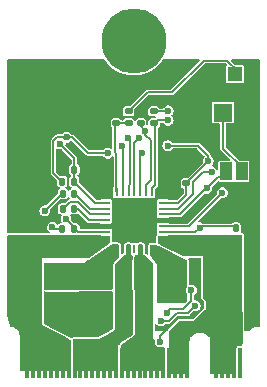
<source format=gbr>
%TF.GenerationSoftware,KiCad,Pcbnew,8.0.4*%
%TF.CreationDate,2024-09-25T00:08:57+05:30*%
%TF.ProjectId,NYSM.2_TMC2209_Stepper_driver,4e59534d-2e32-45f5-944d-43323230395f,rev?*%
%TF.SameCoordinates,Original*%
%TF.FileFunction,Copper,L2,Bot*%
%TF.FilePolarity,Positive*%
%FSLAX46Y46*%
G04 Gerber Fmt 4.6, Leading zero omitted, Abs format (unit mm)*
G04 Created by KiCad (PCBNEW 8.0.4) date 2024-09-25 00:08:57*
%MOMM*%
%LPD*%
G01*
G04 APERTURE LIST*
G04 Aperture macros list*
%AMRoundRect*
0 Rectangle with rounded corners*
0 $1 Rounding radius*
0 $2 $3 $4 $5 $6 $7 $8 $9 X,Y pos of 4 corners*
0 Add a 4 corners polygon primitive as box body*
4,1,4,$2,$3,$4,$5,$6,$7,$8,$9,$2,$3,0*
0 Add four circle primitives for the rounded corners*
1,1,$1+$1,$2,$3*
1,1,$1+$1,$4,$5*
1,1,$1+$1,$6,$7*
1,1,$1+$1,$8,$9*
0 Add four rect primitives between the rounded corners*
20,1,$1+$1,$2,$3,$4,$5,0*
20,1,$1+$1,$4,$5,$6,$7,0*
20,1,$1+$1,$6,$7,$8,$9,0*
20,1,$1+$1,$8,$9,$2,$3,0*%
G04 Aperture macros list end*
%TA.AperFunction,SMDPad,CuDef*%
%ADD10R,0.757199X0.254800*%
%TD*%
%TA.AperFunction,SMDPad,CuDef*%
%ADD11R,0.254800X0.757199*%
%TD*%
%TA.AperFunction,SMDPad,CuDef*%
%ADD12R,3.750000X3.750000*%
%TD*%
%TA.AperFunction,ComponentPad*%
%ADD13C,5.500000*%
%TD*%
%TA.AperFunction,SMDPad,CuDef*%
%ADD14R,0.350000X2.500000*%
%TD*%
%TA.AperFunction,SMDPad,CuDef*%
%ADD15RoundRect,0.135000X-0.135000X-0.185000X0.135000X-0.185000X0.135000X0.185000X-0.135000X0.185000X0*%
%TD*%
%TA.AperFunction,SMDPad,CuDef*%
%ADD16RoundRect,0.140000X-0.170000X0.140000X-0.170000X-0.140000X0.170000X-0.140000X0.170000X0.140000X0*%
%TD*%
%TA.AperFunction,SMDPad,CuDef*%
%ADD17RoundRect,0.140000X0.140000X0.170000X-0.140000X0.170000X-0.140000X-0.170000X0.140000X-0.170000X0*%
%TD*%
%TA.AperFunction,SMDPad,CuDef*%
%ADD18RoundRect,0.135000X0.185000X-0.135000X0.185000X0.135000X-0.185000X0.135000X-0.185000X-0.135000X0*%
%TD*%
%TA.AperFunction,SMDPad,CuDef*%
%ADD19RoundRect,0.135000X-0.185000X0.135000X-0.185000X-0.135000X0.185000X-0.135000X0.185000X0.135000X0*%
%TD*%
%TA.AperFunction,SMDPad,CuDef*%
%ADD20RoundRect,0.135000X0.135000X0.185000X-0.135000X0.185000X-0.135000X-0.185000X0.135000X-0.185000X0*%
%TD*%
%TA.AperFunction,SMDPad,CuDef*%
%ADD21R,1.000000X1.500000*%
%TD*%
%TA.AperFunction,SMDPad,CuDef*%
%ADD22R,1.200000X1.200000*%
%TD*%
%TA.AperFunction,SMDPad,CuDef*%
%ADD23R,1.600000X1.500000*%
%TD*%
%TA.AperFunction,ViaPad*%
%ADD24C,0.650000*%
%TD*%
%TA.AperFunction,ViaPad*%
%ADD25C,0.600000*%
%TD*%
%TA.AperFunction,Conductor*%
%ADD26C,0.150000*%
%TD*%
%TA.AperFunction,Conductor*%
%ADD27C,0.200000*%
%TD*%
G04 APERTURE END LIST*
D10*
%TO.P,U1,1,OB2*%
%TO.N,B2*%
X142422600Y-119076600D03*
%TO.P,U1,2,ENN*%
%TO.N,EN*%
X142422600Y-118576601D03*
%TO.P,U1,3,GND*%
%TO.N,GND*%
X142422600Y-118076599D03*
%TO.P,U1,4,CPO*%
%TO.N,Net-(U1-CPO)*%
X142422600Y-117576600D03*
%TO.P,U1,5,CPI*%
%TO.N,Net-(U1-CPI)*%
X142422600Y-117076601D03*
%TO.P,U1,6,VCP*%
%TO.N,Net-(U1-VCP)*%
X142422600Y-116576599D03*
%TO.P,U1,7,SPREAD*%
%TO.N,SPREAD*%
X142422600Y-116076600D03*
D11*
%TO.P,U1,8,5VOUT*%
%TO.N,5V_OUT*%
X143345900Y-115153300D03*
%TO.P,U1,9,MS1_AD0*%
%TO.N,MS1*%
X143845899Y-115153300D03*
%TO.P,U1,10,MS2_AD1*%
%TO.N,MS2*%
X144345901Y-115153300D03*
%TO.P,U1,11,DIAG*%
%TO.N,DIAG*%
X144845900Y-115153300D03*
%TO.P,U1,12,INDEX*%
%TO.N,INDEX*%
X145345899Y-115153300D03*
%TO.P,U1,13,CLK*%
%TO.N,CLK*%
X145845901Y-115153300D03*
%TO.P,U1,14,PDN_UART*%
%TO.N,UART_RX*%
X146345900Y-115153300D03*
D10*
%TO.P,U1,15,VCC_IO*%
%TO.N,VCC_IO*%
X147269200Y-116076600D03*
%TO.P,U1,16,STEP*%
%TO.N,STEP*%
X147269200Y-116576599D03*
%TO.P,U1,17,VREF*%
%TO.N,__VREF__*%
X147269200Y-117076601D03*
%TO.P,U1,18,GND*%
%TO.N,GND*%
X147269200Y-117576600D03*
%TO.P,U1,19,DIR*%
%TO.N,DIR*%
X147269200Y-118076599D03*
%TO.P,U1,20,STDBY*%
%TO.N,STDBY*%
X147269200Y-118576601D03*
%TO.P,U1,21,OA2*%
%TO.N,A2*%
X147269200Y-119076600D03*
D11*
%TO.P,U1,22,VS*%
%TO.N,POW_MOT*%
X146345900Y-119999900D03*
%TO.P,U1,23,BRA*%
%TO.N,GND*%
X145845901Y-119999900D03*
%TO.P,U1,24,OA1*%
%TO.N,A1*%
X145345899Y-119999900D03*
%TO.P,U1,25,NC*%
%TO.N,unconnected-(U1-NC-Pad25)*%
X144845900Y-119999900D03*
%TO.P,U1,26,OB1*%
%TO.N,B1*%
X144345901Y-119999900D03*
%TO.P,U1,27,BRB*%
%TO.N,GND*%
X143845899Y-119999900D03*
%TO.P,U1,28,VS*%
%TO.N,POW_MOT*%
X143345900Y-119999900D03*
D12*
%TO.P,U1,29,GND*%
%TO.N,GND*%
X144845900Y-117576600D03*
%TD*%
D13*
%TO.P,U2,MOUNTING-HOLE,MP1*%
%TO.N,unconnected-(U2-MP1-PadMOUNTING-HOLE)*%
X144780000Y-102400000D03*
D14*
%TO.P,U2,P$2,2*%
%TO.N,unconnected-(U2-2-PadP$2)*%
X153780000Y-129650000D03*
%TO.P,U2,P$4,4*%
%TO.N,A2*%
X153280000Y-129650000D03*
%TO.P,U2,P$6,6*%
X152780000Y-129650000D03*
%TO.P,U2,P$8,8*%
X152280000Y-129650000D03*
%TO.P,U2,P$10,10*%
X151780000Y-129650000D03*
%TO.P,U2,P$20,20*%
X149280000Y-129650000D03*
%TO.P,U2,P$22,22*%
X148780000Y-129650000D03*
%TO.P,U2,P$24,24*%
X148280000Y-129650000D03*
%TO.P,U2,P$26,26*%
X147780000Y-129650000D03*
%TO.P,U2,P$28,28*%
%TO.N,A1*%
X147280000Y-129650000D03*
%TO.P,U2,P$30,30*%
X146780000Y-129650000D03*
%TO.P,U2,P$32,32*%
X146280000Y-129650000D03*
%TO.P,U2,P$34,34*%
X145780000Y-129650000D03*
%TO.P,U2,P$36,36*%
X145280000Y-129650000D03*
%TO.P,U2,P$38,38*%
X144780000Y-129650000D03*
%TO.P,U2,P$40,40*%
X144280000Y-129650000D03*
%TO.P,U2,P$42,42*%
X143780000Y-129650000D03*
%TO.P,U2,P$44,44*%
%TO.N,B1*%
X143280000Y-129650000D03*
%TO.P,U2,P$46,46*%
X142780000Y-129650000D03*
%TO.P,U2,P$48,48*%
X142280000Y-129650000D03*
%TO.P,U2,P$50,50*%
X141780000Y-129650000D03*
%TO.P,U2,P$52,52*%
X141280000Y-129650000D03*
%TO.P,U2,P$54,54*%
X140780000Y-129650000D03*
%TO.P,U2,P$56,56*%
X140280000Y-129650000D03*
%TO.P,U2,P$58,58*%
X139780000Y-129650000D03*
%TO.P,U2,P$60,60*%
%TO.N,B2*%
X139280000Y-129650000D03*
%TO.P,U2,P$62,62*%
X138780000Y-129650000D03*
%TO.P,U2,P$64,64*%
X138280000Y-129650000D03*
%TO.P,U2,P$66,66*%
X137780000Y-129650000D03*
%TO.P,U2,P$68,68*%
X137280000Y-129650000D03*
%TO.P,U2,P$70,70*%
X136780000Y-129650000D03*
%TO.P,U2,P$72,72*%
X136280000Y-129650000D03*
%TO.P,U2,P$74,74*%
X135780000Y-129650000D03*
%TD*%
D15*
%TO.P,R9,1*%
%TO.N,GND*%
X138751400Y-113279200D03*
%TO.P,R9,2*%
%TO.N,SPREAD*%
X139771400Y-113279200D03*
%TD*%
D16*
%TO.P,C9,1*%
%TO.N,POW_MOT*%
X140161400Y-123069200D03*
%TO.P,C9,2*%
%TO.N,GND*%
X140161400Y-124029200D03*
%TD*%
D17*
%TO.P,C1,1*%
%TO.N,Net-(U1-CPO)*%
X139741400Y-116609200D03*
%TO.P,C1,2*%
%TO.N,Net-(U1-CPI)*%
X138781400Y-116609200D03*
%TD*%
D18*
%TO.P,R6,1*%
%TO.N,5V_OUT*%
X144351400Y-109369200D03*
%TO.P,R6,2*%
%TO.N,Net-(R6-Pad2)*%
X144351400Y-108349200D03*
%TD*%
D16*
%TO.P,C10,1*%
%TO.N,POW_MOT*%
X139041400Y-123059200D03*
%TO.P,C10,2*%
%TO.N,GND*%
X139041400Y-124019200D03*
%TD*%
D15*
%TO.P,R1,1*%
%TO.N,VCC_IO*%
X138751400Y-118299200D03*
%TO.P,R1,2*%
%TO.N,EN*%
X139771400Y-118299200D03*
%TD*%
D19*
%TO.P,R2,1*%
%TO.N,GND*%
X145391400Y-108339200D03*
%TO.P,R2,2*%
%TO.N,CLK*%
X145391400Y-109359200D03*
%TD*%
D20*
%TO.P,R8,1*%
%TO.N,SPREAD*%
X139751400Y-114289200D03*
%TO.P,R8,2*%
%TO.N,VCC_IO*%
X138731400Y-114289200D03*
%TD*%
D19*
%TO.P,R3,1*%
%TO.N,UART_TX*%
X146501400Y-108349200D03*
%TO.P,R3,2*%
%TO.N,UART_RX*%
X146501400Y-109369200D03*
%TD*%
D16*
%TO.P,C8,1*%
%TO.N,POW_MOT*%
X141291400Y-123069200D03*
%TO.P,C8,2*%
%TO.N,GND*%
X141291400Y-124029200D03*
%TD*%
D20*
%TO.P,R7,1*%
%TO.N,GND*%
X154461400Y-118229200D03*
%TO.P,R7,2*%
%TO.N,STDBY*%
X153441400Y-118229200D03*
%TD*%
D16*
%TO.P,C7,1*%
%TO.N,GND*%
X143311400Y-108399200D03*
%TO.P,C7,2*%
%TO.N,5V_OUT*%
X143311400Y-109359200D03*
%TD*%
D17*
%TO.P,C2,1*%
%TO.N,Net-(U1-VCP)*%
X139751400Y-115319200D03*
%TO.P,C2,2*%
%TO.N,POW_MOT*%
X138791400Y-115319200D03*
%TD*%
D21*
%TO.P,JP1,1,A*%
%TO.N,Net-(JP1-A)*%
X153921400Y-113429200D03*
%TO.P,JP1,2,B*%
%TO.N,__VREF__*%
X152621400Y-113429200D03*
%TD*%
D16*
%TO.P,C6,1*%
%TO.N,GND*%
X149241400Y-113469200D03*
%TO.P,C6,2*%
%TO.N,VCC_IO*%
X149241400Y-114429200D03*
%TD*%
D22*
%TO.P,RV1,3,3*%
%TO.N,Net-(R6-Pad2)*%
X153341400Y-105199200D03*
D23*
%TO.P,RV1,2,2*%
%TO.N,Net-(JP1-A)*%
X152341400Y-108449200D03*
D22*
%TO.P,RV1,1,1*%
%TO.N,GND*%
X151341400Y-105199200D03*
%TD*%
D24*
%TO.N,GND*%
X151891400Y-106449200D03*
X150091400Y-106349200D03*
X149891400Y-122299200D03*
%TO.N,POW_MOT*%
X148091400Y-124149200D03*
D25*
X138431400Y-121509200D03*
X137266400Y-116749200D03*
X138431400Y-122349200D03*
X137601400Y-122319200D03*
X138031400Y-123079200D03*
D24*
X147291400Y-124149200D03*
X148891400Y-124149200D03*
D25*
X137601400Y-121509200D03*
%TO.N,VCC_IO*%
X147681400Y-111239200D03*
X139127087Y-110543513D03*
X151091400Y-112549200D03*
X142591400Y-111884200D03*
X137901400Y-118149200D03*
%TO.N,GND*%
X140191400Y-108349200D03*
X147291400Y-112849200D03*
X141041400Y-126419200D03*
X147891400Y-104949200D03*
X142541400Y-126379200D03*
D24*
X145191400Y-116349200D03*
D25*
X154891400Y-104449200D03*
X142501400Y-110929200D03*
X137541400Y-124199200D03*
D24*
X143591400Y-118749200D03*
X145991400Y-116349200D03*
D25*
X142091400Y-114749200D03*
D24*
X145191400Y-117149200D03*
D25*
X134891400Y-116749200D03*
X147591400Y-114549200D03*
X135691400Y-105649200D03*
X141711400Y-127039200D03*
D24*
X135991400Y-116999200D03*
D25*
X139791400Y-105949200D03*
X134891400Y-118199200D03*
X147054999Y-127872455D03*
X137541400Y-124999200D03*
X140991400Y-112849200D03*
X142391400Y-109249200D03*
X154791400Y-105849200D03*
D24*
X145191400Y-117949200D03*
D25*
X136991400Y-107249200D03*
X137591400Y-105749200D03*
D24*
X136041400Y-118149200D03*
D25*
X136191400Y-110249200D03*
X140291400Y-127029200D03*
X140624677Y-118001601D03*
D24*
X144391400Y-118749200D03*
D25*
X152211400Y-116189200D03*
X148291400Y-112849200D03*
D24*
X145991400Y-117149200D03*
D25*
X141291400Y-113849200D03*
D24*
X144391400Y-117949200D03*
D25*
X137491400Y-108549200D03*
X135691400Y-108549200D03*
D24*
X136091400Y-114999200D03*
X145991400Y-117949200D03*
D25*
X148271400Y-113859200D03*
X135091400Y-111849200D03*
D24*
X144391400Y-117149200D03*
X143591400Y-116349200D03*
D25*
X142291400Y-113849200D03*
D24*
X143591400Y-117149200D03*
D25*
X141491400Y-110849200D03*
X137491400Y-125799200D03*
D24*
X143591400Y-117949200D03*
X145991400Y-118749200D03*
D25*
X139041400Y-112599200D03*
D24*
X145191400Y-118749200D03*
D25*
X135691400Y-113279200D03*
D24*
X144391400Y-116349200D03*
D25*
X141791400Y-105939200D03*
X142291400Y-112849200D03*
X141791400Y-109949200D03*
X149271400Y-117299200D03*
X134891400Y-115049200D03*
%TO.N,EN*%
X139051400Y-117449200D03*
%TO.N,CLK*%
X145771400Y-109969200D03*
%TO.N,STDBY*%
X150381400Y-118189200D03*
%TO.N,SPREAD*%
X138561400Y-111109200D03*
X149662242Y-123502011D03*
X147571400Y-125399200D03*
%TO.N,DIAG*%
X145241400Y-110629200D03*
%TO.N,MS1*%
X143801400Y-111309200D03*
%TO.N,DIR*%
X152291400Y-115229200D03*
%TO.N,STEP*%
X151386400Y-113449200D03*
%TO.N,MS2*%
X144321400Y-110609200D03*
%TO.N,INDEX*%
X147096400Y-126094965D03*
X145511400Y-111889200D03*
X149991400Y-124799200D03*
%TO.N,__VREF__*%
X150971400Y-114861688D03*
%TO.N,UART_TX*%
X147701400Y-108289200D03*
%TO.N,UART_RX*%
X147701400Y-109089203D03*
%TD*%
D26*
%TO.N,Net-(JP1-A)*%
X152341400Y-111499200D02*
X152341400Y-108449200D01*
X153921400Y-113429200D02*
X153921400Y-113079200D01*
X153921400Y-113079200D02*
X152341400Y-111499200D01*
%TO.N,VCC_IO*%
X149241400Y-114399200D02*
X149241400Y-114429200D01*
X151091400Y-112549200D02*
X149241400Y-114399200D01*
X147269200Y-116076600D02*
X148564000Y-116076600D01*
X148564000Y-116076600D02*
X149241400Y-115399200D01*
X149241400Y-115399200D02*
X149241400Y-114429200D01*
%TO.N,Net-(U1-CPO)*%
X140051400Y-116609200D02*
X139741400Y-116609200D01*
X141018800Y-117576600D02*
X140051400Y-116609200D01*
X142422600Y-117576600D02*
X141018800Y-117576600D01*
%TO.N,SPREAD*%
X141518800Y-116076600D02*
X139751400Y-114309200D01*
X142422600Y-116076600D02*
X141518800Y-116076600D01*
X139751400Y-114309200D02*
X139751400Y-114289200D01*
%TO.N,VCC_IO*%
X150231400Y-111239200D02*
X147681400Y-111239200D01*
X151091400Y-112099200D02*
X150231400Y-111239200D01*
X151091400Y-112549200D02*
X151091400Y-112099200D01*
%TO.N,CLK*%
X145391400Y-109589200D02*
X145391400Y-109359200D01*
X145771400Y-109969200D02*
X145391400Y-109589200D01*
X145845901Y-114597300D02*
X145845901Y-115153300D01*
X146261400Y-114181801D02*
X145845901Y-114597300D01*
X146261400Y-110809200D02*
X146261400Y-114181801D01*
X145771400Y-110319200D02*
X146261400Y-110809200D01*
X145771400Y-109969200D02*
X145771400Y-110319200D01*
%TO.N,STEP*%
X148514026Y-116576599D02*
X147269200Y-116576599D01*
X149791400Y-115299225D02*
X148514026Y-116576599D01*
X149791400Y-114349200D02*
X149791400Y-115299225D01*
X151386400Y-113449200D02*
X150691400Y-113449200D01*
X150691400Y-113449200D02*
X149791400Y-114349200D01*
%TO.N,5V_OUT*%
X143171400Y-109499200D02*
X143311400Y-109359200D01*
X143321400Y-111949200D02*
X143171400Y-111799200D01*
X143321400Y-115128800D02*
X143321400Y-111949200D01*
X143345900Y-115153300D02*
X143321400Y-115128800D01*
X143171400Y-111799200D02*
X143171400Y-109499200D01*
%TO.N,VCC_IO*%
X140926400Y-111884200D02*
X139585713Y-110543513D01*
X142591400Y-111884200D02*
X140926400Y-111884200D01*
X139585713Y-110543513D02*
X139127087Y-110543513D01*
%TO.N,GND*%
X138751400Y-112889200D02*
X138751400Y-113279200D01*
X139041400Y-112599200D02*
X138751400Y-112889200D01*
%TO.N,SPREAD*%
X147871400Y-125099200D02*
X147571400Y-125399200D01*
X149662242Y-124378358D02*
X148941400Y-125099200D01*
X149662242Y-123502011D02*
X149662242Y-124378358D01*
X148941400Y-125099200D02*
X147871400Y-125099200D01*
%TO.N,GND*%
X147054999Y-127872455D02*
X147105000Y-127822454D01*
X149891400Y-122749200D02*
X149891400Y-122299200D01*
X150291400Y-123149200D02*
X149891400Y-122749200D01*
X150291400Y-124099200D02*
X150291400Y-123149200D01*
X150641400Y-124449200D02*
X150291400Y-124099200D01*
X149791400Y-125849200D02*
X150641400Y-124999200D01*
X148541400Y-125849200D02*
X149791400Y-125849200D01*
X150641400Y-124999200D02*
X150641400Y-124449200D01*
X147054999Y-127335601D02*
X148541400Y-125849200D01*
X147054999Y-127872455D02*
X147054999Y-127335601D01*
%TO.N,INDEX*%
X147745635Y-126094965D02*
X147096400Y-126094965D01*
X148441400Y-125399200D02*
X147745635Y-126094965D01*
X149391400Y-125399200D02*
X148441400Y-125399200D01*
X149991400Y-124799200D02*
X149391400Y-125399200D01*
D27*
%TO.N,GND*%
X145845901Y-119403701D02*
X145191400Y-118749200D01*
X145845901Y-119999900D02*
X145845901Y-119403701D01*
X143845899Y-118576601D02*
X144845900Y-117576600D01*
X143845899Y-119999900D02*
X143845899Y-118576601D01*
D26*
%TO.N,Net-(U1-CPI)*%
X139366400Y-116024200D02*
X138781400Y-116609200D01*
X140057180Y-116024200D02*
X139366400Y-116024200D01*
X142422600Y-117076601D02*
X141109581Y-117076601D01*
X141109581Y-117076601D02*
X140057180Y-116024200D01*
%TO.N,POW_MOT*%
X137266400Y-116749200D02*
X138696400Y-115319200D01*
X138696400Y-115319200D02*
X138791400Y-115319200D01*
%TO.N,VCC_IO*%
X138751400Y-118299200D02*
X138051400Y-118299200D01*
X138051400Y-118299200D02*
X137901400Y-118149200D01*
%TO.N,GND*%
X146641400Y-107089200D02*
X148281400Y-107089200D01*
X148281400Y-107089200D02*
X150401400Y-104969200D01*
X140699675Y-118076599D02*
X142422600Y-118076599D01*
X149241400Y-113469200D02*
X148661400Y-113469200D01*
X145391400Y-108339200D02*
X146641400Y-107089200D01*
X148661400Y-113469200D02*
X148271400Y-113859200D01*
X149081400Y-117489200D02*
X147356600Y-117489200D01*
X147356600Y-117489200D02*
X147269200Y-117576600D01*
X149271400Y-117299200D02*
X149081400Y-117489200D01*
X154461400Y-118229200D02*
X154461400Y-117249200D01*
X153401400Y-116189200D02*
X152211400Y-116189200D01*
X150401400Y-104969200D02*
X151321400Y-104969200D01*
X140624677Y-118001601D02*
X140699675Y-118076599D01*
X154461400Y-117249200D02*
X153401400Y-116189200D01*
%TO.N,5V_OUT*%
X144341400Y-109359200D02*
X144351400Y-109369200D01*
X143311400Y-109359200D02*
X144341400Y-109359200D01*
%TO.N,EN*%
X142422600Y-118576601D02*
X140048801Y-118576601D01*
X140048801Y-118576601D02*
X139771400Y-118299200D01*
X139771400Y-118299200D02*
X139771400Y-118169200D01*
X139771400Y-118169200D02*
X139051400Y-117449200D01*
%TO.N,Net-(R6-Pad2)*%
X145961400Y-106739200D02*
X148001400Y-106739200D01*
X144351400Y-108349200D02*
X145961400Y-106739200D01*
X150696400Y-104044200D02*
X152696400Y-104044200D01*
X148001400Y-106739200D02*
X150696400Y-104044200D01*
X152696400Y-104044200D02*
X153621400Y-104969200D01*
%TO.N,STDBY*%
X150381400Y-118189200D02*
X150481400Y-118089200D01*
X149993999Y-118576601D02*
X147269200Y-118576601D01*
X150381400Y-118189200D02*
X149993999Y-118576601D01*
X153301400Y-118089200D02*
X153441400Y-118229200D01*
X150481400Y-118089200D02*
X153301400Y-118089200D01*
%TO.N,SPREAD*%
X139751400Y-114289200D02*
X139751400Y-113299200D01*
X139751400Y-113299200D02*
X139771400Y-113279200D01*
%TO.N,DIAG*%
X145241400Y-110629200D02*
X144845900Y-111024700D01*
X144845900Y-111024700D02*
X144845900Y-115153300D01*
%TO.N,MS1*%
X143845899Y-115153300D02*
X143845899Y-111353699D01*
X143845899Y-111353699D02*
X143801400Y-111309200D01*
%TO.N,DIR*%
X152291400Y-115229200D02*
X149444001Y-118076599D01*
X149444001Y-118076599D02*
X147269200Y-118076599D01*
%TO.N,MS2*%
X144481400Y-110769200D02*
X144321400Y-110609200D01*
X144345901Y-115153300D02*
X144345901Y-114624701D01*
X144345901Y-114624701D02*
X144481400Y-114489202D01*
X144481400Y-114489202D02*
X144481400Y-110769200D01*
%TO.N,INDEX*%
X145345899Y-112054701D02*
X145345899Y-115153300D01*
X145511400Y-111889200D02*
X145345899Y-112054701D01*
%TO.N,__VREF__*%
X150971400Y-114861688D02*
X150978912Y-114861688D01*
X148688973Y-117076601D02*
X147269200Y-117076601D01*
X150971400Y-114861688D02*
X150903887Y-114861688D01*
X149713887Y-116051687D02*
X148688973Y-117076601D01*
X150016375Y-115749200D02*
X149713887Y-116051687D01*
X151961400Y-113879200D02*
X152641400Y-113879200D01*
X150903887Y-114861688D02*
X150016375Y-115749200D01*
X150978912Y-114861688D02*
X151961400Y-113879200D01*
%TO.N,UART_TX*%
X146501400Y-108349200D02*
X147641400Y-108349200D01*
X147641400Y-108349200D02*
X147701400Y-108289200D01*
%TO.N,UART_RX*%
X146781397Y-109089203D02*
X146611400Y-109259200D01*
X146345900Y-114804700D02*
X146345900Y-115153300D01*
X147701400Y-109089203D02*
X146781397Y-109089203D01*
X146611400Y-109259200D02*
X146611400Y-114539200D01*
X146611400Y-114539200D02*
X146345900Y-114804700D01*
X146781397Y-109089203D02*
X146501400Y-109369200D01*
%TO.N,SPREAD*%
X139771400Y-112319200D02*
X139771400Y-113279200D01*
X138561400Y-111109200D02*
X139771400Y-112319200D01*
%TO.N,VCC_IO*%
X137986400Y-113544200D02*
X138731400Y-114289200D01*
X137986400Y-110871027D02*
X137986400Y-113544200D01*
X138323227Y-110534200D02*
X137986400Y-110871027D01*
X138799573Y-110534200D02*
X138323227Y-110534200D01*
X138967986Y-110702614D02*
X138799573Y-110534200D01*
X139127087Y-110543513D02*
X138967986Y-110702614D01*
%TO.N,Net-(U1-VCP)*%
X141104553Y-116576599D02*
X139847154Y-115319200D01*
X142422600Y-116576599D02*
X141104553Y-116576599D01*
X139847154Y-115319200D02*
X139751400Y-115319200D01*
%TD*%
%TA.AperFunction,Conductor*%
%TO.N,GND*%
G36*
X155451968Y-103957359D02*
G01*
X155478324Y-104002962D01*
X155479500Y-104016367D01*
X155479500Y-126522500D01*
X155461485Y-126571995D01*
X155415871Y-126598330D01*
X155402500Y-126599500D01*
X155151153Y-126599500D01*
X154996506Y-126630262D01*
X154996501Y-126630263D01*
X154850817Y-126690607D01*
X154719712Y-126778209D01*
X154608213Y-126889708D01*
X154593988Y-126910997D01*
X154551511Y-126942140D01*
X154529721Y-126945216D01*
X154237613Y-126944287D01*
X154188176Y-126926115D01*
X154161986Y-126880417D01*
X154160859Y-126867444D01*
X154152900Y-122648951D01*
X154152841Y-122617688D01*
X154152816Y-122617131D01*
X154149633Y-121398098D01*
X154143099Y-118895598D01*
X154142464Y-118881703D01*
X154141290Y-118868512D01*
X154120267Y-118802040D01*
X154093919Y-118756433D01*
X154093918Y-118756431D01*
X154073484Y-118728481D01*
X154073481Y-118728479D01*
X154009275Y-118685448D01*
X154009274Y-118685447D01*
X153964770Y-118669263D01*
X153959774Y-118667446D01*
X153944762Y-118664803D01*
X153904531Y-118657720D01*
X153901187Y-118657429D01*
X153901301Y-118656120D01*
X153856201Y-118639705D01*
X153829866Y-118594091D01*
X153835256Y-118549620D01*
X153865072Y-118482095D01*
X153867900Y-118457719D01*
X153867899Y-118000682D01*
X153865072Y-117976305D01*
X153821052Y-117876609D01*
X153821050Y-117876607D01*
X153821048Y-117876604D01*
X153743995Y-117799551D01*
X153743989Y-117799547D01*
X153644295Y-117755527D01*
X153622452Y-117752993D01*
X153619919Y-117752700D01*
X153619918Y-117752700D01*
X153262881Y-117752700D01*
X153262880Y-117752701D01*
X153238507Y-117755527D01*
X153238502Y-117755528D01*
X153138810Y-117799547D01*
X153138808Y-117799548D01*
X153121528Y-117816829D01*
X153103209Y-117835147D01*
X153055475Y-117857407D01*
X153048763Y-117857700D01*
X150731811Y-117857700D01*
X150689019Y-117842124D01*
X150688052Y-117843630D01*
X150572992Y-117769685D01*
X150572988Y-117769683D01*
X150447035Y-117732700D01*
X150315765Y-117732700D01*
X150315764Y-117732700D01*
X150310620Y-117733440D01*
X150259065Y-117722654D01*
X150226505Y-117681252D01*
X150228175Y-117628608D01*
X150245213Y-117602777D01*
X151177622Y-116670368D01*
X152144393Y-115703596D01*
X152192128Y-115681337D01*
X152220528Y-115684162D01*
X152225765Y-115685700D01*
X152225768Y-115685700D01*
X152357031Y-115685700D01*
X152357035Y-115685700D01*
X152482987Y-115648717D01*
X152489190Y-115644731D01*
X152511946Y-115630106D01*
X152593418Y-115577747D01*
X152679381Y-115478540D01*
X152733912Y-115359133D01*
X152752594Y-115229200D01*
X152733912Y-115099267D01*
X152679381Y-114979860D01*
X152593418Y-114880653D01*
X152593416Y-114880652D01*
X152593417Y-114880652D01*
X152482989Y-114809683D01*
X152357035Y-114772700D01*
X152225765Y-114772700D01*
X152225764Y-114772700D01*
X152099811Y-114809683D01*
X152099810Y-114809683D01*
X151989383Y-114880652D01*
X151989382Y-114880652D01*
X151989382Y-114880653D01*
X151987896Y-114882368D01*
X151903419Y-114979859D01*
X151903419Y-114979860D01*
X151862569Y-115069311D01*
X151848888Y-115099268D01*
X151830206Y-115229199D01*
X151830206Y-115229201D01*
X151841540Y-115308032D01*
X151830753Y-115359586D01*
X151819771Y-115373437D01*
X149370664Y-117822546D01*
X149322928Y-117844806D01*
X149316217Y-117845099D01*
X147797052Y-117845099D01*
X147754274Y-117832122D01*
X147708863Y-117801779D01*
X147663214Y-117792699D01*
X146875186Y-117792699D01*
X146837742Y-117800147D01*
X146829537Y-117801779D01*
X146829534Y-117801780D01*
X146777770Y-117836367D01*
X146777768Y-117836369D01*
X146743181Y-117888133D01*
X146743180Y-117888136D01*
X146734100Y-117933785D01*
X146734100Y-118219413D01*
X146741605Y-118257142D01*
X146743180Y-118265061D01*
X146743181Y-118265064D01*
X146755715Y-118283823D01*
X146768233Y-118334985D01*
X146755715Y-118369377D01*
X146743181Y-118388135D01*
X146743180Y-118388138D01*
X146734100Y-118433787D01*
X146734100Y-118719415D01*
X146735904Y-118728482D01*
X146743180Y-118765066D01*
X146745279Y-118770132D01*
X146747576Y-118822753D01*
X146745035Y-118828976D01*
X146725640Y-118882261D01*
X146715900Y-118937501D01*
X146715900Y-119380700D01*
X146697885Y-119430195D01*
X146652271Y-119456530D01*
X146638900Y-119457700D01*
X146268400Y-119457700D01*
X146258721Y-119458122D01*
X146254317Y-119458315D01*
X146240949Y-119459485D01*
X146240948Y-119459485D01*
X146235398Y-119461236D01*
X146212243Y-119464800D01*
X146203086Y-119464800D01*
X146167311Y-119471916D01*
X146157437Y-119473880D01*
X146157434Y-119473881D01*
X146105670Y-119508468D01*
X146071080Y-119560235D01*
X146071077Y-119560242D01*
X146070908Y-119561096D01*
X146059346Y-119588945D01*
X146057656Y-119591465D01*
X146039640Y-119640960D01*
X146029900Y-119696200D01*
X146029900Y-120409992D01*
X146011885Y-120459487D01*
X145966271Y-120485822D01*
X145914400Y-120476676D01*
X145900178Y-120466111D01*
X145870465Y-120438196D01*
X145867115Y-120435138D01*
X145867114Y-120435137D01*
X145867092Y-120435117D01*
X145863869Y-120432255D01*
X145863868Y-120432254D01*
X145823489Y-120408181D01*
X145811872Y-120401255D01*
X145811871Y-120401254D01*
X145811870Y-120401254D01*
X145774165Y-120387530D01*
X145733817Y-120353673D01*
X145723501Y-120315174D01*
X145723501Y-119685110D01*
X145723501Y-119685100D01*
X145722886Y-119671022D01*
X145721716Y-119657651D01*
X145700694Y-119590980D01*
X145674359Y-119545366D01*
X145653932Y-119517408D01*
X145653928Y-119517405D01*
X145653927Y-119517404D01*
X145589735Y-119474356D01*
X145589730Y-119474353D01*
X145540240Y-119456340D01*
X145485001Y-119446600D01*
X145206800Y-119446600D01*
X145197121Y-119447022D01*
X145192717Y-119447215D01*
X145179349Y-119448385D01*
X145179348Y-119448385D01*
X145112682Y-119469406D01*
X145112675Y-119469409D01*
X145108333Y-119471916D01*
X145056462Y-119481059D01*
X145040368Y-119476368D01*
X145034364Y-119473881D01*
X145034363Y-119473880D01*
X144988714Y-119464800D01*
X144703086Y-119464800D01*
X144667311Y-119471916D01*
X144657432Y-119473881D01*
X144652365Y-119475980D01*
X144599744Y-119478275D01*
X144593531Y-119475738D01*
X144589732Y-119474355D01*
X144576135Y-119469406D01*
X144540239Y-119456340D01*
X144485000Y-119446600D01*
X144206799Y-119446600D01*
X144197120Y-119447022D01*
X144192716Y-119447215D01*
X144179348Y-119448385D01*
X144179347Y-119448385D01*
X144112681Y-119469406D01*
X144112678Y-119469407D01*
X144067066Y-119495740D01*
X144067065Y-119495741D01*
X144039108Y-119516168D01*
X144039103Y-119516173D01*
X143996055Y-119580365D01*
X143996052Y-119580370D01*
X143978039Y-119629860D01*
X143968299Y-119685100D01*
X143968299Y-120302474D01*
X143950284Y-120351969D01*
X143912385Y-120376530D01*
X143878294Y-120386236D01*
X143854754Y-120392939D01*
X143854751Y-120392940D01*
X143836478Y-120402598D01*
X143784302Y-120409798D01*
X143739704Y-120381775D01*
X143723499Y-120334521D01*
X143723499Y-119685110D01*
X143723499Y-119685100D01*
X143722884Y-119671022D01*
X143721714Y-119657651D01*
X143700692Y-119590980D01*
X143674357Y-119545366D01*
X143653930Y-119517408D01*
X143653926Y-119517405D01*
X143653925Y-119517404D01*
X143589733Y-119474356D01*
X143589728Y-119474353D01*
X143540238Y-119456340D01*
X143484999Y-119446600D01*
X143052900Y-119446600D01*
X143003405Y-119428585D01*
X142977070Y-119382971D01*
X142975900Y-119369600D01*
X142975900Y-118937511D01*
X142975900Y-118937501D01*
X142975285Y-118923423D01*
X142974115Y-118910052D01*
X142953093Y-118843381D01*
X142950586Y-118839038D01*
X142941440Y-118787167D01*
X142946132Y-118771069D01*
X142948616Y-118765069D01*
X142948620Y-118765064D01*
X142957700Y-118719415D01*
X142957700Y-118433787D01*
X142948620Y-118388138D01*
X142946075Y-118384329D01*
X142914031Y-118336371D01*
X142914029Y-118336369D01*
X142862265Y-118301782D01*
X142862263Y-118301781D01*
X142816614Y-118292701D01*
X142028586Y-118292701D01*
X141982937Y-118301781D01*
X141937525Y-118332124D01*
X141894748Y-118345101D01*
X140274900Y-118345101D01*
X140225405Y-118327086D01*
X140199070Y-118281472D01*
X140197900Y-118268101D01*
X140197899Y-118070682D01*
X140197899Y-118070681D01*
X140195072Y-118046305D01*
X140189875Y-118034536D01*
X140176420Y-118004062D01*
X140151052Y-117946609D01*
X140151050Y-117946607D01*
X140151048Y-117946604D01*
X140073995Y-117869551D01*
X140073989Y-117869547D01*
X139974295Y-117825527D01*
X139949919Y-117822700D01*
X139784184Y-117822700D01*
X139734689Y-117804685D01*
X139729737Y-117800147D01*
X139523027Y-117593437D01*
X139500767Y-117545701D01*
X139501257Y-117528038D01*
X139512594Y-117449200D01*
X139493912Y-117319267D01*
X139439381Y-117199860D01*
X139428445Y-117187239D01*
X139409648Y-117138039D01*
X139426874Y-117088264D01*
X139472065Y-117061208D01*
X139517738Y-117066376D01*
X139532340Y-117072824D01*
X139557130Y-117075700D01*
X139557131Y-117075700D01*
X139925669Y-117075700D01*
X139925670Y-117075700D01*
X139950460Y-117072824D01*
X140051865Y-117028049D01*
X140051868Y-117028045D01*
X140053109Y-117027196D01*
X140054755Y-117026772D01*
X140058392Y-117025167D01*
X140058657Y-117025769D01*
X140104122Y-117014081D01*
X140151078Y-117036269D01*
X140887663Y-117772855D01*
X140887664Y-117772856D01*
X140972752Y-117808100D01*
X141894748Y-117808100D01*
X141937525Y-117821076D01*
X141982937Y-117851420D01*
X142028586Y-117860500D01*
X142028590Y-117860500D01*
X142816610Y-117860500D01*
X142816614Y-117860500D01*
X142862263Y-117851420D01*
X142905245Y-117822700D01*
X142914029Y-117816831D01*
X142914031Y-117816829D01*
X142930154Y-117792699D01*
X142948620Y-117765063D01*
X142957700Y-117719414D01*
X142957700Y-117433786D01*
X142948620Y-117388137D01*
X142936085Y-117369378D01*
X142923567Y-117318217D01*
X142936084Y-117283824D01*
X142948620Y-117265064D01*
X142957700Y-117219415D01*
X142957700Y-116933787D01*
X142948620Y-116888138D01*
X142936083Y-116869376D01*
X142923564Y-116818220D01*
X142936084Y-116783823D01*
X142948620Y-116765062D01*
X142957700Y-116719413D01*
X142957700Y-116433785D01*
X142948620Y-116388136D01*
X142936085Y-116369377D01*
X142923567Y-116318216D01*
X142936084Y-116283823D01*
X142948620Y-116265063D01*
X142957700Y-116219414D01*
X142957700Y-115933786D01*
X146734100Y-115933786D01*
X146734100Y-116219414D01*
X146743180Y-116265063D01*
X146749687Y-116274801D01*
X146755714Y-116283821D01*
X146768232Y-116334983D01*
X146755714Y-116369376D01*
X146743180Y-116388136D01*
X146734100Y-116433785D01*
X146734100Y-116719413D01*
X146740025Y-116749199D01*
X146743180Y-116765061D01*
X146743181Y-116765064D01*
X146755715Y-116783823D01*
X146768233Y-116834985D01*
X146755715Y-116869377D01*
X146743181Y-116888135D01*
X146743180Y-116888138D01*
X146734100Y-116933787D01*
X146734100Y-117219415D01*
X146743180Y-117265063D01*
X146743181Y-117265066D01*
X146777768Y-117316830D01*
X146777770Y-117316832D01*
X146820077Y-117345100D01*
X146829537Y-117351421D01*
X146875186Y-117360501D01*
X146875190Y-117360501D01*
X147663210Y-117360501D01*
X147663214Y-117360501D01*
X147708863Y-117351421D01*
X147754274Y-117321077D01*
X147797052Y-117308101D01*
X148735020Y-117308101D01*
X148735021Y-117308101D01*
X148820107Y-117272857D01*
X148820109Y-117272854D01*
X148820111Y-117272854D01*
X149367818Y-116725145D01*
X149910143Y-116182822D01*
X149910143Y-116182821D01*
X149920968Y-116171996D01*
X149920969Y-116171993D01*
X150212631Y-115880335D01*
X150212631Y-115880333D01*
X150772203Y-115320760D01*
X150819938Y-115298501D01*
X150848342Y-115301327D01*
X150905765Y-115318188D01*
X150905769Y-115318188D01*
X151037031Y-115318188D01*
X151037035Y-115318188D01*
X151162987Y-115281205D01*
X151178221Y-115271415D01*
X151212602Y-115249319D01*
X151273418Y-115210235D01*
X151359381Y-115111028D01*
X151413912Y-114991621D01*
X151432594Y-114861688D01*
X151422203Y-114789420D01*
X151432990Y-114737867D01*
X151443968Y-114724020D01*
X151889110Y-114278878D01*
X151936845Y-114256619D01*
X151987721Y-114270251D01*
X152007581Y-114290550D01*
X152008570Y-114292030D01*
X152060337Y-114326620D01*
X152105986Y-114335700D01*
X152105990Y-114335700D01*
X153136810Y-114335700D01*
X153136814Y-114335700D01*
X153182463Y-114326620D01*
X153228621Y-114295778D01*
X153279783Y-114283259D01*
X153314179Y-114295778D01*
X153360337Y-114326620D01*
X153405986Y-114335700D01*
X153405990Y-114335700D01*
X154436810Y-114335700D01*
X154436814Y-114335700D01*
X154482463Y-114326620D01*
X154534230Y-114292030D01*
X154568820Y-114240263D01*
X154577900Y-114194614D01*
X154577900Y-112663786D01*
X154568820Y-112618137D01*
X154568818Y-112618134D01*
X154534231Y-112566370D01*
X154534229Y-112566368D01*
X154482465Y-112531781D01*
X154482463Y-112531780D01*
X154436814Y-112522700D01*
X154436811Y-112522700D01*
X153724185Y-112522700D01*
X153674690Y-112504685D01*
X153669738Y-112500147D01*
X152595453Y-111425862D01*
X152573193Y-111378126D01*
X152572900Y-111371415D01*
X152572900Y-109432700D01*
X152590915Y-109383205D01*
X152636529Y-109356870D01*
X152649900Y-109355700D01*
X153156810Y-109355700D01*
X153156814Y-109355700D01*
X153202463Y-109346620D01*
X153254230Y-109312030D01*
X153288820Y-109260263D01*
X153297900Y-109214614D01*
X153297900Y-107683786D01*
X153288820Y-107638137D01*
X153288818Y-107638134D01*
X153254231Y-107586370D01*
X153254229Y-107586368D01*
X153202465Y-107551781D01*
X153202463Y-107551780D01*
X153156814Y-107542700D01*
X151525986Y-107542700D01*
X151480337Y-107551780D01*
X151480334Y-107551781D01*
X151428570Y-107586368D01*
X151428568Y-107586370D01*
X151393981Y-107638134D01*
X151393980Y-107638137D01*
X151384900Y-107683786D01*
X151384900Y-109214614D01*
X151393980Y-109260262D01*
X151393981Y-109260265D01*
X151428568Y-109312029D01*
X151428570Y-109312031D01*
X151468249Y-109338543D01*
X151480337Y-109346620D01*
X151525986Y-109355700D01*
X152032900Y-109355700D01*
X152082395Y-109373715D01*
X152108730Y-109419329D01*
X152109900Y-109432700D01*
X152109900Y-111453152D01*
X152109900Y-111545248D01*
X152145067Y-111630147D01*
X152145145Y-111630336D01*
X152906062Y-112391253D01*
X152928322Y-112438989D01*
X152914690Y-112489865D01*
X152871544Y-112520076D01*
X152851615Y-112522700D01*
X152105986Y-112522700D01*
X152060337Y-112531780D01*
X152060334Y-112531781D01*
X152008570Y-112566368D01*
X152008568Y-112566370D01*
X151973981Y-112618134D01*
X151973980Y-112618137D01*
X151964900Y-112663788D01*
X151964900Y-113263076D01*
X151946885Y-113312571D01*
X151901271Y-113338906D01*
X151849400Y-113329760D01*
X151817858Y-113295063D01*
X151774381Y-113199860D01*
X151688418Y-113100653D01*
X151688416Y-113100652D01*
X151688417Y-113100652D01*
X151577989Y-113029684D01*
X151577988Y-113029683D01*
X151577987Y-113029683D01*
X151454676Y-112993475D01*
X151412263Y-112962247D01*
X151399845Y-112911060D01*
X151418176Y-112869173D01*
X151479381Y-112798540D01*
X151533912Y-112679133D01*
X151552594Y-112549200D01*
X151533912Y-112419267D01*
X151479381Y-112299860D01*
X151393418Y-112200653D01*
X151393415Y-112200651D01*
X151393414Y-112200649D01*
X151358270Y-112178064D01*
X151326372Y-112136150D01*
X151322900Y-112113288D01*
X151322900Y-112053153D01*
X151322900Y-112053152D01*
X151287656Y-111968066D01*
X151222534Y-111902944D01*
X150793594Y-111474004D01*
X150362537Y-111042946D01*
X150362536Y-111042945D01*
X150362534Y-111042944D01*
X150277448Y-111007700D01*
X150277447Y-111007700D01*
X148120004Y-111007700D01*
X148070509Y-110989685D01*
X148061811Y-110981124D01*
X148058885Y-110977747D01*
X147983418Y-110890653D01*
X147983416Y-110890652D01*
X147983417Y-110890652D01*
X147872989Y-110819683D01*
X147747035Y-110782700D01*
X147615765Y-110782700D01*
X147615764Y-110782700D01*
X147489811Y-110819683D01*
X147489810Y-110819683D01*
X147379383Y-110890652D01*
X147293419Y-110989859D01*
X147269176Y-111042945D01*
X147238888Y-111109267D01*
X147237260Y-111120590D01*
X147222078Y-111226183D01*
X147220206Y-111239200D01*
X147238888Y-111369133D01*
X147293419Y-111488540D01*
X147379382Y-111587747D01*
X147489810Y-111658716D01*
X147489812Y-111658716D01*
X147489813Y-111658717D01*
X147615765Y-111695700D01*
X147615769Y-111695700D01*
X147747031Y-111695700D01*
X147747035Y-111695700D01*
X147872987Y-111658717D01*
X147873411Y-111658445D01*
X147910722Y-111634466D01*
X147983418Y-111587747D01*
X148061811Y-111497275D01*
X148107838Y-111471667D01*
X148120004Y-111470700D01*
X150103616Y-111470700D01*
X150153111Y-111488715D01*
X150158063Y-111493253D01*
X150774009Y-112109199D01*
X150796269Y-112156935D01*
X150782637Y-112207811D01*
X150777755Y-112214070D01*
X150703419Y-112299859D01*
X150678813Y-112353739D01*
X150661682Y-112391253D01*
X150648888Y-112419268D01*
X150630206Y-112549199D01*
X150630206Y-112549201D01*
X150641540Y-112628032D01*
X150630753Y-112679586D01*
X150619771Y-112693437D01*
X149343063Y-113970147D01*
X149295327Y-113992407D01*
X149288616Y-113992700D01*
X149027130Y-113992700D01*
X149023877Y-113993077D01*
X149002342Y-113995575D01*
X148900936Y-114040350D01*
X148900933Y-114040352D01*
X148822552Y-114118733D01*
X148822550Y-114118736D01*
X148777775Y-114220142D01*
X148774900Y-114244930D01*
X148774900Y-114613469D01*
X148777775Y-114638257D01*
X148777775Y-114638259D01*
X148777776Y-114638260D01*
X148822551Y-114739665D01*
X148900935Y-114818049D01*
X148963924Y-114845861D01*
X148964002Y-114845896D01*
X149002003Y-114882368D01*
X149009900Y-114916335D01*
X149009900Y-115271415D01*
X148991885Y-115320910D01*
X148987347Y-115325862D01*
X148490663Y-115822547D01*
X148442927Y-115844807D01*
X148436216Y-115845100D01*
X147797052Y-115845100D01*
X147754274Y-115832123D01*
X147708863Y-115801780D01*
X147663214Y-115792700D01*
X146875186Y-115792700D01*
X146829537Y-115801780D01*
X146829534Y-115801781D01*
X146777770Y-115836368D01*
X146777768Y-115836370D01*
X146743181Y-115888134D01*
X146743180Y-115888137D01*
X146734100Y-115933786D01*
X142957700Y-115933786D01*
X142948620Y-115888137D01*
X142943407Y-115880335D01*
X142914031Y-115836370D01*
X142914029Y-115836368D01*
X142862265Y-115801781D01*
X142862263Y-115801780D01*
X142816614Y-115792700D01*
X142028586Y-115792700D01*
X141982937Y-115801780D01*
X141937525Y-115832123D01*
X141894748Y-115845100D01*
X141646584Y-115845100D01*
X141597089Y-115827085D01*
X141592137Y-115822547D01*
X140200452Y-114430862D01*
X140178192Y-114383126D01*
X140177899Y-114376415D01*
X140177899Y-114060681D01*
X140177898Y-114060680D01*
X140175072Y-114036305D01*
X140131052Y-113936609D01*
X140053991Y-113859548D01*
X140053986Y-113859546D01*
X140052872Y-113859054D01*
X140051881Y-113858103D01*
X140048103Y-113855515D01*
X140048532Y-113854888D01*
X140014871Y-113822583D01*
X140009204Y-113770218D01*
X140038523Y-113726461D01*
X140052867Y-113718178D01*
X140073991Y-113708852D01*
X140151052Y-113631791D01*
X140195072Y-113532095D01*
X140197900Y-113507719D01*
X140197899Y-113050682D01*
X140195072Y-113026305D01*
X140151052Y-112926609D01*
X140073991Y-112849548D01*
X140048798Y-112838424D01*
X140010797Y-112801952D01*
X140002900Y-112767985D01*
X140002900Y-112273152D01*
X139967656Y-112188066D01*
X139967656Y-112188065D01*
X139967655Y-112188064D01*
X139508308Y-111728717D01*
X139033026Y-111253436D01*
X139010767Y-111205701D01*
X139011257Y-111188038D01*
X139022594Y-111109200D01*
X139019542Y-111087971D01*
X139030329Y-111036417D01*
X139071731Y-111003858D01*
X139095758Y-111000013D01*
X139192718Y-111000013D01*
X139192722Y-111000013D01*
X139318674Y-110963030D01*
X139326464Y-110958024D01*
X139359202Y-110936984D01*
X139429105Y-110892060D01*
X139457470Y-110859324D01*
X139503494Y-110833715D01*
X139555214Y-110843681D01*
X139570110Y-110855300D01*
X140730144Y-112015334D01*
X140795266Y-112080456D01*
X140880352Y-112115700D01*
X142152796Y-112115700D01*
X142202291Y-112133715D01*
X142210987Y-112142274D01*
X142289382Y-112232747D01*
X142399810Y-112303716D01*
X142399812Y-112303716D01*
X142399813Y-112303717D01*
X142525765Y-112340700D01*
X142525769Y-112340700D01*
X142657031Y-112340700D01*
X142657035Y-112340700D01*
X142782987Y-112303717D01*
X142893418Y-112232747D01*
X142954709Y-112162012D01*
X143000733Y-112136405D01*
X143052453Y-112146373D01*
X143085665Y-112187253D01*
X143089900Y-112212438D01*
X143089900Y-114662113D01*
X143076925Y-114704888D01*
X143071080Y-114713637D01*
X143062000Y-114759286D01*
X143062000Y-115547314D01*
X143071080Y-115592962D01*
X143071081Y-115592965D01*
X143105668Y-115644729D01*
X143105670Y-115644731D01*
X143145422Y-115671292D01*
X143157437Y-115679320D01*
X143203086Y-115688400D01*
X143203090Y-115688400D01*
X143488710Y-115688400D01*
X143488714Y-115688400D01*
X143534363Y-115679320D01*
X143553122Y-115666785D01*
X143604281Y-115654267D01*
X143638677Y-115666785D01*
X143657436Y-115679320D01*
X143703085Y-115688400D01*
X143703089Y-115688400D01*
X143988709Y-115688400D01*
X143988713Y-115688400D01*
X144034362Y-115679320D01*
X144053123Y-115666783D01*
X144104280Y-115654264D01*
X144138674Y-115666782D01*
X144157438Y-115679320D01*
X144203087Y-115688400D01*
X144203091Y-115688400D01*
X144488711Y-115688400D01*
X144488715Y-115688400D01*
X144534364Y-115679320D01*
X144553123Y-115666785D01*
X144604282Y-115654267D01*
X144638678Y-115666785D01*
X144657437Y-115679320D01*
X144703086Y-115688400D01*
X144703090Y-115688400D01*
X144988710Y-115688400D01*
X144988714Y-115688400D01*
X145034363Y-115679320D01*
X145053122Y-115666785D01*
X145104281Y-115654267D01*
X145138677Y-115666785D01*
X145157436Y-115679320D01*
X145203085Y-115688400D01*
X145203089Y-115688400D01*
X145488709Y-115688400D01*
X145488713Y-115688400D01*
X145534362Y-115679320D01*
X145553123Y-115666783D01*
X145604280Y-115654264D01*
X145638674Y-115666782D01*
X145657438Y-115679320D01*
X145703087Y-115688400D01*
X145703091Y-115688400D01*
X145988711Y-115688400D01*
X145988715Y-115688400D01*
X146034364Y-115679320D01*
X146053123Y-115666785D01*
X146104282Y-115654267D01*
X146138678Y-115666785D01*
X146157437Y-115679320D01*
X146203086Y-115688400D01*
X146203090Y-115688400D01*
X146488710Y-115688400D01*
X146488714Y-115688400D01*
X146534363Y-115679320D01*
X146586130Y-115644730D01*
X146620720Y-115592963D01*
X146629800Y-115547314D01*
X146629800Y-114880084D01*
X146647815Y-114830589D01*
X146652353Y-114825637D01*
X146807654Y-114670336D01*
X146807656Y-114670334D01*
X146842900Y-114585248D01*
X146842900Y-114493152D01*
X146842900Y-109791838D01*
X146860915Y-109742343D01*
X146865453Y-109737391D01*
X146931048Y-109671795D01*
X146931052Y-109671791D01*
X146975072Y-109572095D01*
X146977900Y-109547719D01*
X146977899Y-109397703D01*
X146995913Y-109348209D01*
X147041528Y-109321873D01*
X147054899Y-109320703D01*
X147262796Y-109320703D01*
X147312291Y-109338718D01*
X147320987Y-109347277D01*
X147399382Y-109437750D01*
X147509810Y-109508719D01*
X147509812Y-109508719D01*
X147509813Y-109508720D01*
X147635765Y-109545703D01*
X147635769Y-109545703D01*
X147767031Y-109545703D01*
X147767035Y-109545703D01*
X147892987Y-109508720D01*
X148003418Y-109437750D01*
X148089381Y-109338543D01*
X148143912Y-109219136D01*
X148162594Y-109089203D01*
X148143912Y-108959270D01*
X148089381Y-108839863D01*
X148003418Y-108740656D01*
X148003416Y-108740655D01*
X148002524Y-108739625D01*
X147983727Y-108690423D01*
X148000954Y-108640648D01*
X148002524Y-108638776D01*
X148003412Y-108637750D01*
X148003418Y-108637747D01*
X148089381Y-108538540D01*
X148143912Y-108419133D01*
X148162594Y-108289200D01*
X148143912Y-108159267D01*
X148089381Y-108039860D01*
X148003418Y-107940653D01*
X148003416Y-107940652D01*
X148003417Y-107940652D01*
X147892989Y-107869683D01*
X147767035Y-107832700D01*
X147635765Y-107832700D01*
X147635764Y-107832700D01*
X147509811Y-107869683D01*
X147509810Y-107869683D01*
X147399383Y-107940652D01*
X147313419Y-108039859D01*
X147298428Y-108072687D01*
X147261480Y-108110225D01*
X147228386Y-108117700D01*
X147012615Y-108117700D01*
X146963120Y-108099685D01*
X146942176Y-108071802D01*
X146940916Y-108068950D01*
X146931052Y-108046609D01*
X146853991Y-107969548D01*
X146853989Y-107969547D01*
X146754295Y-107925527D01*
X146732452Y-107922993D01*
X146729919Y-107922700D01*
X146729918Y-107922700D01*
X146272881Y-107922700D01*
X146272880Y-107922701D01*
X146248507Y-107925527D01*
X146248502Y-107925528D01*
X146148810Y-107969547D01*
X146148804Y-107969551D01*
X146071751Y-108046604D01*
X146071747Y-108046610D01*
X146027727Y-108146304D01*
X146024900Y-108170681D01*
X146024900Y-108527718D01*
X146024901Y-108527719D01*
X146027727Y-108552092D01*
X146027728Y-108552097D01*
X146071747Y-108651789D01*
X146071751Y-108651795D01*
X146148804Y-108728848D01*
X146148807Y-108728850D01*
X146148809Y-108728852D01*
X146198657Y-108750862D01*
X146248504Y-108772872D01*
X146251038Y-108773165D01*
X146272881Y-108775700D01*
X146581615Y-108775699D01*
X146631109Y-108793713D01*
X146657445Y-108839328D01*
X146648299Y-108891199D01*
X146636062Y-108907146D01*
X146623061Y-108920147D01*
X146575325Y-108942407D01*
X146568614Y-108942700D01*
X146272881Y-108942700D01*
X146272880Y-108942701D01*
X146248507Y-108945527D01*
X146248502Y-108945528D01*
X146148810Y-108989547D01*
X146148804Y-108989551D01*
X146071751Y-109066604D01*
X146071747Y-109066610D01*
X146027727Y-109166304D01*
X146024900Y-109190681D01*
X146024900Y-109465002D01*
X146006885Y-109514497D01*
X145961271Y-109540832D01*
X145926188Y-109538877D01*
X145923187Y-109537995D01*
X145880780Y-109506756D01*
X145867899Y-109464120D01*
X145867899Y-109180681D01*
X145867898Y-109180680D01*
X145865072Y-109156305D01*
X145859947Y-109144699D01*
X145843168Y-109106698D01*
X145821052Y-109056609D01*
X145821050Y-109056607D01*
X145821048Y-109056604D01*
X145743995Y-108979551D01*
X145743989Y-108979547D01*
X145644295Y-108935527D01*
X145622452Y-108932993D01*
X145619919Y-108932700D01*
X145619918Y-108932700D01*
X145162881Y-108932700D01*
X145162880Y-108932701D01*
X145138507Y-108935527D01*
X145138502Y-108935528D01*
X145038810Y-108979547D01*
X145038804Y-108979551D01*
X144961751Y-109056604D01*
X144961748Y-109056608D01*
X144939631Y-109106699D01*
X144903159Y-109144699D01*
X144850794Y-109150366D01*
X144807037Y-109121047D01*
X144798753Y-109106698D01*
X144781052Y-109066609D01*
X144781048Y-109066604D01*
X144703995Y-108989551D01*
X144703989Y-108989547D01*
X144604295Y-108945527D01*
X144582452Y-108942993D01*
X144579919Y-108942700D01*
X144579918Y-108942700D01*
X144122881Y-108942700D01*
X144122880Y-108942701D01*
X144098507Y-108945527D01*
X144098502Y-108945528D01*
X143998810Y-108989547D01*
X143998804Y-108989551D01*
X143921751Y-109066604D01*
X143921749Y-109066607D01*
X143921748Y-109066608D01*
X143921748Y-109066609D01*
X143915039Y-109081802D01*
X143878569Y-109119802D01*
X143844601Y-109127700D01*
X143815289Y-109127700D01*
X143765794Y-109109685D01*
X143744850Y-109081803D01*
X143744849Y-109081801D01*
X143730249Y-109048735D01*
X143651865Y-108970351D01*
X143550460Y-108925576D01*
X143550459Y-108925575D01*
X143550457Y-108925575D01*
X143529413Y-108923134D01*
X143525670Y-108922700D01*
X143097130Y-108922700D01*
X143093877Y-108923077D01*
X143072342Y-108925575D01*
X142970936Y-108970350D01*
X142970933Y-108970352D01*
X142892552Y-109048733D01*
X142892550Y-109048736D01*
X142847775Y-109150142D01*
X142844900Y-109174930D01*
X142844900Y-109543469D01*
X142847775Y-109568257D01*
X142847775Y-109568259D01*
X142847776Y-109568260D01*
X142865639Y-109608715D01*
X142892550Y-109669663D01*
X142892552Y-109669666D01*
X142917347Y-109694461D01*
X142939607Y-109742197D01*
X142939900Y-109748908D01*
X142939900Y-111424509D01*
X142921885Y-111474004D01*
X142876271Y-111500339D01*
X142824400Y-111491193D01*
X142821271Y-111489286D01*
X142782987Y-111464683D01*
X142782988Y-111464683D01*
X142657035Y-111427700D01*
X142525765Y-111427700D01*
X142525764Y-111427700D01*
X142399811Y-111464683D01*
X142399810Y-111464683D01*
X142289383Y-111535652D01*
X142289382Y-111535652D01*
X142289382Y-111535653D01*
X142244243Y-111587747D01*
X142210989Y-111626124D01*
X142164962Y-111651733D01*
X142152796Y-111652700D01*
X141054184Y-111652700D01*
X141004689Y-111634685D01*
X140999737Y-111630147D01*
X139716850Y-110347259D01*
X139716849Y-110347258D01*
X139716847Y-110347257D01*
X139631761Y-110312013D01*
X139631760Y-110312013D01*
X139565691Y-110312013D01*
X139516196Y-110293998D01*
X139507498Y-110285437D01*
X139503352Y-110280652D01*
X139429105Y-110194966D01*
X139429103Y-110194965D01*
X139429104Y-110194965D01*
X139318676Y-110123996D01*
X139192722Y-110087013D01*
X139061452Y-110087013D01*
X139061451Y-110087013D01*
X138935498Y-110123996D01*
X138935497Y-110123996D01*
X138825070Y-110194965D01*
X138825069Y-110194965D01*
X138825069Y-110194966D01*
X138754745Y-110276124D01*
X138708719Y-110301733D01*
X138696553Y-110302700D01*
X138277179Y-110302700D01*
X138217014Y-110327619D01*
X138217015Y-110327620D01*
X138192091Y-110337944D01*
X138192089Y-110337945D01*
X137900837Y-110629200D01*
X137855266Y-110674771D01*
X137837019Y-110693018D01*
X137790145Y-110739891D01*
X137790144Y-110739892D01*
X137790144Y-110739893D01*
X137754900Y-110824979D01*
X137754900Y-113498152D01*
X137754900Y-113590248D01*
X137778698Y-113647700D01*
X137790145Y-113675336D01*
X137790146Y-113675337D01*
X138282347Y-114167537D01*
X138304607Y-114215273D01*
X138304900Y-114221984D01*
X138304900Y-114517718D01*
X138304901Y-114517719D01*
X138307727Y-114542092D01*
X138307728Y-114542097D01*
X138351747Y-114641789D01*
X138351751Y-114641795D01*
X138428804Y-114718848D01*
X138428809Y-114718852D01*
X138500870Y-114750670D01*
X138538871Y-114787141D01*
X138544538Y-114839507D01*
X138515219Y-114883264D01*
X138500872Y-114891547D01*
X138480938Y-114900349D01*
X138480933Y-114900352D01*
X138402552Y-114978733D01*
X138402550Y-114978736D01*
X138357775Y-115080142D01*
X138354900Y-115104930D01*
X138354900Y-115301415D01*
X138336885Y-115350910D01*
X138332347Y-115355862D01*
X137413407Y-116274801D01*
X137365671Y-116297061D01*
X137337272Y-116294236D01*
X137332044Y-116292701D01*
X137332035Y-116292700D01*
X137200765Y-116292700D01*
X137200764Y-116292700D01*
X137074811Y-116329683D01*
X137074810Y-116329683D01*
X136964383Y-116400652D01*
X136878419Y-116499859D01*
X136878419Y-116499860D01*
X136824096Y-116618813D01*
X136823888Y-116619268D01*
X136809490Y-116719408D01*
X136805206Y-116749200D01*
X136823888Y-116879133D01*
X136878419Y-116998540D01*
X136964382Y-117097747D01*
X137074810Y-117168716D01*
X137074812Y-117168716D01*
X137074813Y-117168717D01*
X137200765Y-117205700D01*
X137200769Y-117205700D01*
X137332031Y-117205700D01*
X137332035Y-117205700D01*
X137457987Y-117168717D01*
X137568418Y-117097747D01*
X137654381Y-116998540D01*
X137708912Y-116879133D01*
X137727594Y-116749200D01*
X137716258Y-116670365D01*
X137727044Y-116618813D01*
X137738023Y-116604965D01*
X138536140Y-115806849D01*
X138583875Y-115784590D01*
X138599458Y-115784810D01*
X138602169Y-115785124D01*
X138607130Y-115785700D01*
X138607131Y-115785700D01*
X138975669Y-115785700D01*
X138975670Y-115785700D01*
X139000460Y-115782824D01*
X139101865Y-115738049D01*
X139180249Y-115659665D01*
X139200961Y-115612755D01*
X139237432Y-115574755D01*
X139289797Y-115569088D01*
X139333554Y-115598407D01*
X139341836Y-115612752D01*
X139349501Y-115630109D01*
X139362550Y-115659663D01*
X139362552Y-115659666D01*
X139364649Y-115661763D01*
X139366056Y-115664781D01*
X139366583Y-115665550D01*
X139366455Y-115665637D01*
X139386909Y-115709499D01*
X139373277Y-115760375D01*
X139330131Y-115790586D01*
X139325226Y-115791730D01*
X139320355Y-115792698D01*
X139235263Y-115827945D01*
X139235262Y-115827946D01*
X138943063Y-116120147D01*
X138895327Y-116142407D01*
X138888616Y-116142700D01*
X138597130Y-116142700D01*
X138593877Y-116143077D01*
X138572342Y-116145575D01*
X138470936Y-116190350D01*
X138470933Y-116190352D01*
X138392552Y-116268733D01*
X138392550Y-116268736D01*
X138347775Y-116370142D01*
X138344900Y-116394930D01*
X138344900Y-116823469D01*
X138347775Y-116848257D01*
X138347775Y-116848259D01*
X138347776Y-116848260D01*
X138392551Y-116949665D01*
X138470935Y-117028049D01*
X138572340Y-117072824D01*
X138597130Y-117075700D01*
X138602398Y-117075700D01*
X138651893Y-117093715D01*
X138678228Y-117139329D01*
X138669082Y-117191200D01*
X138666271Y-117195147D01*
X138666396Y-117195228D01*
X138663420Y-117199858D01*
X138663419Y-117199859D01*
X138663419Y-117199860D01*
X138608888Y-117319267D01*
X138590206Y-117449200D01*
X138608888Y-117579133D01*
X138663419Y-117698540D01*
X138663420Y-117698541D01*
X138666396Y-117703172D01*
X138664158Y-117704609D01*
X138679388Y-117744484D01*
X138662158Y-117794257D01*
X138616965Y-117821310D01*
X138602400Y-117822700D01*
X138572883Y-117822700D01*
X138572880Y-117822701D01*
X138548507Y-117825527D01*
X138548502Y-117825528D01*
X138448810Y-117869547D01*
X138448807Y-117869549D01*
X138407459Y-117910897D01*
X138359722Y-117933156D01*
X138308846Y-117919523D01*
X138293511Y-117903567D01*
X138292987Y-117904022D01*
X138289380Y-117899859D01*
X138203418Y-117800653D01*
X138203416Y-117800652D01*
X138203417Y-117800652D01*
X138092989Y-117729683D01*
X137967035Y-117692700D01*
X137835765Y-117692700D01*
X137835764Y-117692700D01*
X137709811Y-117729683D01*
X137709810Y-117729683D01*
X137599383Y-117800652D01*
X137599382Y-117800652D01*
X137599382Y-117800653D01*
X137595888Y-117804685D01*
X137513419Y-117899859D01*
X137492069Y-117946610D01*
X137458888Y-118019267D01*
X137440206Y-118149200D01*
X137458888Y-118279133D01*
X137513419Y-118398540D01*
X137599382Y-118497747D01*
X137625847Y-118514755D01*
X137657745Y-118556668D01*
X137655238Y-118609280D01*
X137619500Y-118647971D01*
X137584463Y-118656531D01*
X134167628Y-118667455D01*
X134164157Y-118667615D01*
X134161040Y-118667758D01*
X134110771Y-118652039D01*
X134082365Y-118607684D01*
X134080500Y-118590840D01*
X134080500Y-104026019D01*
X134098515Y-103976524D01*
X134144129Y-103950189D01*
X134157459Y-103949019D01*
X142271572Y-103945333D01*
X142321072Y-103963324D01*
X142338288Y-103983832D01*
X142347535Y-103999849D01*
X142347537Y-103999852D01*
X142347539Y-103999855D01*
X142549718Y-104271429D01*
X142782058Y-104517695D01*
X143041417Y-104735322D01*
X143324287Y-104921369D01*
X143626843Y-105073318D01*
X143944994Y-105189116D01*
X143944995Y-105189116D01*
X143944995Y-105189117D01*
X144274418Y-105267191D01*
X144274421Y-105267191D01*
X144274436Y-105267195D01*
X144610716Y-105306500D01*
X144610717Y-105306500D01*
X144949283Y-105306500D01*
X144949284Y-105306500D01*
X145285564Y-105267195D01*
X145285581Y-105267191D01*
X145615004Y-105189117D01*
X145615004Y-105189116D01*
X145615006Y-105189116D01*
X145933157Y-105073318D01*
X146235713Y-104921369D01*
X146518583Y-104735322D01*
X146777942Y-104517695D01*
X147010282Y-104271429D01*
X147158858Y-104071857D01*
X147212454Y-103999865D01*
X147212456Y-103999862D01*
X147212456Y-103999860D01*
X147212461Y-103999855D01*
X147223027Y-103981552D01*
X147263372Y-103947697D01*
X147289668Y-103943053D01*
X150285591Y-103941692D01*
X150335091Y-103959683D01*
X150361447Y-104005286D01*
X150352324Y-104057161D01*
X150340070Y-104073138D01*
X147928063Y-106485147D01*
X147880327Y-106507407D01*
X147873616Y-106507700D01*
X146007448Y-106507700D01*
X145915352Y-106507700D01*
X145861695Y-106529925D01*
X145830263Y-106542945D01*
X144473061Y-107900147D01*
X144425325Y-107922407D01*
X144418614Y-107922700D01*
X144122881Y-107922700D01*
X144122880Y-107922701D01*
X144098507Y-107925527D01*
X144098502Y-107925528D01*
X143998810Y-107969547D01*
X143998804Y-107969551D01*
X143921751Y-108046604D01*
X143921747Y-108046610D01*
X143877727Y-108146304D01*
X143874900Y-108170681D01*
X143874900Y-108527718D01*
X143874901Y-108527719D01*
X143877727Y-108552092D01*
X143877728Y-108552097D01*
X143921747Y-108651789D01*
X143921751Y-108651795D01*
X143998804Y-108728848D01*
X143998807Y-108728850D01*
X143998809Y-108728852D01*
X144048657Y-108750862D01*
X144098504Y-108772872D01*
X144101038Y-108773165D01*
X144122881Y-108775700D01*
X144579918Y-108775699D01*
X144604295Y-108772872D01*
X144703991Y-108728852D01*
X144781052Y-108651791D01*
X144825072Y-108552095D01*
X144827900Y-108527719D01*
X144827899Y-108231982D01*
X144845913Y-108182489D01*
X144850440Y-108177548D01*
X146034737Y-106993253D01*
X146082473Y-106970993D01*
X146089184Y-106970700D01*
X148047447Y-106970700D01*
X148047448Y-106970700D01*
X148132534Y-106935456D01*
X150769737Y-104298253D01*
X150817473Y-104275993D01*
X150824184Y-104275700D01*
X152568616Y-104275700D01*
X152618111Y-104293715D01*
X152623063Y-104298253D01*
X152671692Y-104346882D01*
X152693952Y-104394618D01*
X152680320Y-104445494D01*
X152660025Y-104465352D01*
X152628567Y-104486371D01*
X152593981Y-104538134D01*
X152593980Y-104538137D01*
X152584900Y-104583786D01*
X152584900Y-105814614D01*
X152593980Y-105860262D01*
X152593981Y-105860265D01*
X152628568Y-105912029D01*
X152628570Y-105912031D01*
X152680334Y-105946618D01*
X152680337Y-105946620D01*
X152725986Y-105955700D01*
X152725990Y-105955700D01*
X153956810Y-105955700D01*
X153956814Y-105955700D01*
X154002463Y-105946620D01*
X154054230Y-105912030D01*
X154088820Y-105860263D01*
X154097900Y-105814614D01*
X154097900Y-104583786D01*
X154088820Y-104538137D01*
X154075161Y-104517695D01*
X154054231Y-104486370D01*
X154054229Y-104486368D01*
X154002465Y-104451781D01*
X154002463Y-104451780D01*
X153956814Y-104442700D01*
X153956811Y-104442700D01*
X153454184Y-104442700D01*
X153404689Y-104424685D01*
X153399737Y-104420147D01*
X153051447Y-104071857D01*
X153029187Y-104024121D01*
X153042819Y-103973245D01*
X153085965Y-103943034D01*
X153105851Y-103940410D01*
X155402466Y-103939367D01*
X155451968Y-103957359D01*
G37*
%TD.AperFunction*%
%TA.AperFunction,Conductor*%
G36*
X150452064Y-120779773D02*
G01*
X150478654Y-120825240D01*
X150479900Y-120839034D01*
X150479900Y-124089916D01*
X150480054Y-124096960D01*
X150480055Y-124096975D01*
X150480346Y-124103669D01*
X150480347Y-124103670D01*
X150495324Y-124164878D01*
X150495324Y-124164879D01*
X150517583Y-124212614D01*
X150517589Y-124212623D01*
X150549750Y-124258555D01*
X150549758Y-124258565D01*
X150688847Y-124397653D01*
X150711107Y-124445389D01*
X150711400Y-124452100D01*
X150711400Y-124996300D01*
X150693385Y-125045795D01*
X150688847Y-125050747D01*
X149842947Y-125896647D01*
X149795211Y-125918907D01*
X149788500Y-125919200D01*
X148669185Y-125919200D01*
X148662141Y-125919354D01*
X148660520Y-125919424D01*
X148655431Y-125919646D01*
X148655430Y-125919647D01*
X148594222Y-125934624D01*
X148594221Y-125934624D01*
X148546486Y-125956883D01*
X148546477Y-125956889D01*
X148500545Y-125989050D01*
X148500535Y-125989058D01*
X147698662Y-126790930D01*
X147693869Y-126795935D01*
X147689415Y-126800789D01*
X147656744Y-126854486D01*
X147650134Y-126872554D01*
X147616209Y-126912844D01*
X147577578Y-126923095D01*
X146638550Y-126920107D01*
X146589113Y-126901935D01*
X146562923Y-126856237D01*
X146561795Y-126843234D01*
X146561065Y-126375723D01*
X146579001Y-126326205D01*
X146624575Y-126299798D01*
X146676460Y-126308863D01*
X146704855Y-126340047D01*
X146705441Y-126339671D01*
X146707668Y-126343136D01*
X146708103Y-126343614D01*
X146708417Y-126344302D01*
X146708418Y-126344303D01*
X146708419Y-126344305D01*
X146794382Y-126443512D01*
X146904810Y-126514481D01*
X146904812Y-126514481D01*
X146904813Y-126514482D01*
X147030765Y-126551465D01*
X147030769Y-126551465D01*
X147162031Y-126551465D01*
X147162035Y-126551465D01*
X147287987Y-126514482D01*
X147398418Y-126443512D01*
X147476811Y-126353040D01*
X147522838Y-126327432D01*
X147535004Y-126326465D01*
X147791682Y-126326465D01*
X147791683Y-126326465D01*
X147876769Y-126291221D01*
X147876771Y-126291218D01*
X147876773Y-126291218D01*
X148514738Y-125653253D01*
X148562474Y-125630993D01*
X148569185Y-125630700D01*
X149437447Y-125630700D01*
X149437448Y-125630700D01*
X149522534Y-125595456D01*
X149844393Y-125273596D01*
X149892127Y-125251337D01*
X149920530Y-125254162D01*
X149925765Y-125255700D01*
X149925767Y-125255700D01*
X150057031Y-125255700D01*
X150057035Y-125255700D01*
X150182987Y-125218717D01*
X150293418Y-125147747D01*
X150379381Y-125048540D01*
X150433912Y-124929133D01*
X150452594Y-124799200D01*
X150433912Y-124669267D01*
X150379381Y-124549860D01*
X150293418Y-124450653D01*
X150293416Y-124450652D01*
X150293417Y-124450652D01*
X150182989Y-124379683D01*
X150057035Y-124342700D01*
X149970742Y-124342700D01*
X149921247Y-124324685D01*
X149894912Y-124279071D01*
X149893742Y-124265700D01*
X149893742Y-123937922D01*
X149911757Y-123888427D01*
X149929110Y-123873146D01*
X149964260Y-123850558D01*
X150050223Y-123751351D01*
X150104754Y-123631944D01*
X150123436Y-123502011D01*
X150104754Y-123372078D01*
X150050223Y-123252671D01*
X149964260Y-123153464D01*
X149964258Y-123153463D01*
X149964259Y-123153463D01*
X149853831Y-123082494D01*
X149727877Y-123045511D01*
X149596607Y-123045511D01*
X149596604Y-123045511D01*
X149551592Y-123058728D01*
X149499027Y-123055387D01*
X149460908Y-123019039D01*
X149452900Y-122984847D01*
X149452900Y-120996792D01*
X149452899Y-120996782D01*
X149451982Y-120987846D01*
X149449534Y-120963987D01*
X149443182Y-120933364D01*
X149440490Y-120922349D01*
X149417684Y-120882183D01*
X149408911Y-120830248D01*
X149435574Y-120784824D01*
X149484211Y-120767165D01*
X150402471Y-120762035D01*
X150452064Y-120779773D01*
G37*
%TD.AperFunction*%
%TA.AperFunction,Conductor*%
G36*
X142990095Y-123602870D02*
G01*
X143020343Y-123645989D01*
X143022984Y-123665814D01*
X143029604Y-126694513D01*
X143011697Y-126744047D01*
X142992363Y-126760622D01*
X142991400Y-126761202D01*
X142991400Y-125949200D01*
X139501400Y-125949200D01*
X138291400Y-125949200D01*
X138291400Y-123949200D01*
X137152900Y-123949200D01*
X137152900Y-123670252D01*
X137170915Y-123620757D01*
X137216529Y-123594422D01*
X137243135Y-123594399D01*
X137278474Y-123600567D01*
X137278475Y-123600566D01*
X137278476Y-123600567D01*
X137298013Y-123600533D01*
X142914812Y-123590832D01*
X142928751Y-123590205D01*
X142937977Y-123589389D01*
X142939207Y-123589281D01*
X142990095Y-123602870D01*
G37*
%TD.AperFunction*%
%TA.AperFunction,Conductor*%
G36*
X138333400Y-111505419D02*
G01*
X138336523Y-111507322D01*
X138369813Y-111528717D01*
X138495765Y-111565700D01*
X138495769Y-111565700D01*
X138627033Y-111565700D01*
X138627035Y-111565700D01*
X138632265Y-111564164D01*
X138684828Y-111567502D01*
X138708407Y-111583597D01*
X139517347Y-112392537D01*
X139539607Y-112440273D01*
X139539900Y-112446984D01*
X139539900Y-112767985D01*
X139521885Y-112817480D01*
X139494002Y-112838424D01*
X139468811Y-112849547D01*
X139468810Y-112849547D01*
X139391748Y-112926608D01*
X139391747Y-112926610D01*
X139347727Y-113026304D01*
X139344900Y-113050681D01*
X139344900Y-113507718D01*
X139344901Y-113507719D01*
X139347727Y-113532092D01*
X139347728Y-113532097D01*
X139391747Y-113631789D01*
X139391751Y-113631795D01*
X139468806Y-113708850D01*
X139468807Y-113708850D01*
X139468809Y-113708852D01*
X139469921Y-113709342D01*
X139470907Y-113710289D01*
X139474695Y-113712884D01*
X139474265Y-113713511D01*
X139507924Y-113745811D01*
X139513595Y-113798176D01*
X139484280Y-113841935D01*
X139469928Y-113850222D01*
X139448812Y-113859546D01*
X139448810Y-113859547D01*
X139371748Y-113936608D01*
X139371747Y-113936610D01*
X139327727Y-114036304D01*
X139324900Y-114060681D01*
X139324900Y-114517718D01*
X139324901Y-114517719D01*
X139327727Y-114542092D01*
X139327728Y-114542097D01*
X139371747Y-114641789D01*
X139371751Y-114641795D01*
X139448804Y-114718848D01*
X139448807Y-114718850D01*
X139448809Y-114718852D01*
X139460867Y-114724176D01*
X139490870Y-114737424D01*
X139528871Y-114773896D01*
X139534538Y-114826261D01*
X139505219Y-114870018D01*
X139490871Y-114878301D01*
X139481662Y-114882368D01*
X139440935Y-114900351D01*
X139440933Y-114900352D01*
X139362552Y-114978733D01*
X139362550Y-114978737D01*
X139341839Y-115025643D01*
X139305367Y-115063644D01*
X139253002Y-115069311D01*
X139209245Y-115039992D01*
X139200961Y-115025643D01*
X139180249Y-114978735D01*
X139101865Y-114900351D01*
X139101864Y-114900350D01*
X139101862Y-114900349D01*
X139021929Y-114865055D01*
X138983928Y-114828583D01*
X138978261Y-114776218D01*
X139007580Y-114732461D01*
X139021927Y-114724178D01*
X139033991Y-114718852D01*
X139111052Y-114641791D01*
X139155072Y-114542095D01*
X139157900Y-114517719D01*
X139157899Y-114060682D01*
X139155072Y-114036305D01*
X139111052Y-113936609D01*
X139111050Y-113936607D01*
X139111048Y-113936604D01*
X139033995Y-113859551D01*
X139033989Y-113859547D01*
X138934295Y-113815527D01*
X138909919Y-113812700D01*
X138614184Y-113812700D01*
X138564689Y-113794685D01*
X138559737Y-113790147D01*
X138240453Y-113470863D01*
X138218193Y-113423127D01*
X138217900Y-113416416D01*
X138217900Y-111572103D01*
X138235915Y-111522608D01*
X138281529Y-111496273D01*
X138333400Y-111505419D01*
G37*
%TD.AperFunction*%
%TD*%
%TA.AperFunction,Conductor*%
%TO.N,B2*%
G36*
X141937525Y-118821077D02*
G01*
X141982937Y-118851421D01*
X142028586Y-118860501D01*
X142737400Y-118860501D01*
X142786895Y-118878516D01*
X142813230Y-118924130D01*
X142814400Y-118937501D01*
X142814400Y-119428169D01*
X142796385Y-119477664D01*
X142781671Y-119491170D01*
X141011322Y-120735201D01*
X140967051Y-120749200D01*
X136991400Y-120749200D01*
X136991400Y-126439200D01*
X138860043Y-127400000D01*
X139419787Y-127687804D01*
X139455566Y-127726457D01*
X139461576Y-127755991D01*
X139463662Y-128308642D01*
X139457806Y-128338390D01*
X139457581Y-128338932D01*
X139448500Y-128384588D01*
X139448500Y-130280988D01*
X139430485Y-130330483D01*
X139384871Y-130356818D01*
X139371338Y-130357988D01*
X135252617Y-130349328D01*
X135203160Y-130331209D01*
X135177725Y-130289528D01*
X135132446Y-130091945D01*
X135130500Y-130074745D01*
X135130500Y-127321162D01*
X135130499Y-127321153D01*
X135124012Y-127288540D01*
X135099737Y-127166503D01*
X135039394Y-127020821D01*
X135039393Y-127020819D01*
X135039392Y-127020817D01*
X134951790Y-126889712D01*
X134840287Y-126778209D01*
X134709182Y-126690607D01*
X134563498Y-126630263D01*
X134563493Y-126630262D01*
X134408846Y-126599500D01*
X134408842Y-126599500D01*
X134393443Y-126599500D01*
X134343948Y-126581485D01*
X134318389Y-126539700D01*
X134093346Y-125557691D01*
X134091400Y-125540491D01*
X134091400Y-118905954D01*
X134109415Y-118856459D01*
X134155029Y-118830124D01*
X134168146Y-118828954D01*
X140691016Y-118808101D01*
X141894748Y-118808101D01*
X141937525Y-118821077D01*
G37*
%TD.AperFunction*%
%TD*%
%TA.AperFunction,Conductor*%
%TO.N,A2*%
G36*
X153954078Y-118837222D02*
G01*
X153980426Y-118882829D01*
X153981600Y-118896020D01*
X153991400Y-122649200D01*
X153991400Y-122649256D01*
X154001393Y-127945762D01*
X154001098Y-127952635D01*
X153981748Y-128173228D01*
X153959478Y-128220960D01*
X153911737Y-128243209D01*
X153905043Y-128243500D01*
X153589586Y-128243500D01*
X153546451Y-128252080D01*
X153543937Y-128252580D01*
X153543934Y-128252581D01*
X153492170Y-128287168D01*
X153492168Y-128287170D01*
X153457581Y-128338934D01*
X153457580Y-128338937D01*
X153448500Y-128384588D01*
X153448500Y-130522500D01*
X153430485Y-130571995D01*
X153384871Y-130598330D01*
X153371500Y-130599500D01*
X151357588Y-130599500D01*
X151308093Y-130581485D01*
X151281758Y-130535871D01*
X151280590Y-130522984D01*
X151280502Y-130508970D01*
X151280500Y-130508486D01*
X151280500Y-127911313D01*
X151280500Y-127911309D01*
X151265016Y-127833470D01*
X151263541Y-127818956D01*
X151261305Y-127464279D01*
X151146221Y-127464279D01*
X151096726Y-127446264D01*
X151082199Y-127430058D01*
X151079464Y-127425965D01*
X151079463Y-127425964D01*
X151079457Y-127425957D01*
X150954036Y-127300537D01*
X150806550Y-127201988D01*
X150642667Y-127134106D01*
X150642662Y-127134105D01*
X150468695Y-127099500D01*
X150468691Y-127099500D01*
X150427595Y-127099500D01*
X150380000Y-127099500D01*
X150291309Y-127099500D01*
X150291304Y-127099500D01*
X150117337Y-127134105D01*
X150117332Y-127134106D01*
X149953449Y-127201988D01*
X149805963Y-127300537D01*
X149680542Y-127425957D01*
X149680536Y-127425964D01*
X149679021Y-127428232D01*
X149677801Y-127430056D01*
X149635328Y-127461202D01*
X149613779Y-127464279D01*
X149518999Y-127464279D01*
X149515923Y-127721503D01*
X149514450Y-127735604D01*
X149514106Y-127737334D01*
X149479500Y-127911309D01*
X149479500Y-127911313D01*
X149479500Y-130522500D01*
X149461485Y-130571995D01*
X149415871Y-130598330D01*
X149402500Y-130599500D01*
X147861487Y-130599500D01*
X147811992Y-130581485D01*
X147785657Y-130535871D01*
X147784487Y-130522374D01*
X147787986Y-128384588D01*
X147790319Y-126959435D01*
X147808414Y-126909974D01*
X147812855Y-126905134D01*
X148614738Y-126103253D01*
X148662474Y-126080993D01*
X148669185Y-126080700D01*
X149837447Y-126080700D01*
X149837448Y-126080700D01*
X149922534Y-126045456D01*
X149922536Y-126045454D01*
X149922538Y-126045453D01*
X150837653Y-125130338D01*
X150837654Y-125130336D01*
X150837656Y-125130334D01*
X150872900Y-125045248D01*
X150872900Y-124953151D01*
X150872900Y-124403152D01*
X150837656Y-124318066D01*
X150772534Y-124252944D01*
X150663953Y-124144363D01*
X150641693Y-124096627D01*
X150641400Y-124089916D01*
X150641400Y-120599200D01*
X150641398Y-120599199D01*
X148989590Y-120608427D01*
X148954725Y-120600299D01*
X147169830Y-119707852D01*
X147165883Y-119705733D01*
X146912321Y-119559934D01*
X146878393Y-119519645D01*
X146875182Y-119478163D01*
X146877400Y-119467014D01*
X146877400Y-118937501D01*
X146895415Y-118888006D01*
X146941029Y-118861671D01*
X146954400Y-118860501D01*
X147663210Y-118860501D01*
X147663214Y-118860501D01*
X147708863Y-118851421D01*
X147735063Y-118833914D01*
X147777817Y-118820936D01*
X153904579Y-118819221D01*
X153954078Y-118837222D01*
G37*
%TD.AperFunction*%
%TD*%
%TA.AperFunction,Conductor*%
%TO.N,GND*%
G36*
X138291400Y-125949200D02*
G01*
X139501400Y-125949200D01*
X142991400Y-125949200D01*
X142991400Y-126761202D01*
X142433948Y-127097315D01*
X142428010Y-127100895D01*
X141947988Y-127390321D01*
X141804823Y-127476641D01*
X141765064Y-127487700D01*
X139700800Y-127487700D01*
X139691121Y-127488122D01*
X139686717Y-127488315D01*
X139673349Y-127489485D01*
X139673345Y-127489486D01*
X139617042Y-127507239D01*
X139592544Y-127510791D01*
X139518258Y-127509494D01*
X139486207Y-127501887D01*
X138315767Y-126938520D01*
X138313953Y-126937617D01*
X137194691Y-126362127D01*
X137158911Y-126323474D01*
X137152900Y-126293649D01*
X137152900Y-123949200D01*
X138291400Y-123949200D01*
X138291400Y-125949200D01*
G37*
%TD.AperFunction*%
%TD*%
%TA.AperFunction,Conductor*%
%TO.N,B1*%
G36*
X144534495Y-119626115D02*
G01*
X144560830Y-119671729D01*
X144562000Y-119685100D01*
X144562000Y-120393914D01*
X144570196Y-120435117D01*
X144571080Y-120439562D01*
X144571081Y-120439565D01*
X144605668Y-120491329D01*
X144656982Y-120525616D01*
X144688127Y-120568092D01*
X144690162Y-120602259D01*
X144685192Y-120632172D01*
X144676254Y-121251625D01*
X144676236Y-121253920D01*
X144676236Y-121255794D01*
X144676249Y-121258001D01*
X144729894Y-125649698D01*
X144729900Y-125650638D01*
X144729900Y-127194169D01*
X144711885Y-127243664D01*
X144696702Y-127257497D01*
X143632906Y-127993289D01*
X143615729Y-128006986D01*
X143600314Y-128021096D01*
X143600130Y-128021263D01*
X143557364Y-128085664D01*
X143557360Y-128085671D01*
X143557211Y-128086088D01*
X143557037Y-128086313D01*
X143555274Y-128089826D01*
X143554603Y-128089489D01*
X143528671Y-128123308D01*
X143491400Y-128149199D01*
X143491399Y-128149200D01*
X143489653Y-128268691D01*
X143476685Y-128310342D01*
X143457581Y-128338933D01*
X143457580Y-128338937D01*
X143448804Y-128383062D01*
X143448500Y-128384588D01*
X143448500Y-130275800D01*
X143430485Y-130325295D01*
X143384871Y-130351630D01*
X143371500Y-130352800D01*
X141960600Y-130352800D01*
X139700800Y-130352800D01*
X139651305Y-130334785D01*
X139624970Y-130289171D01*
X139623800Y-130275800D01*
X139623800Y-128325944D01*
X139624149Y-128318619D01*
X139624940Y-128310342D01*
X139625161Y-128308032D01*
X139623800Y-127947457D01*
X139623800Y-127726200D01*
X139641815Y-127676705D01*
X139687429Y-127650370D01*
X139700800Y-127649200D01*
X141831401Y-127649200D01*
X142511400Y-127239200D01*
X143191400Y-126829200D01*
X143179465Y-121368362D01*
X143197372Y-121318829D01*
X143199371Y-121316530D01*
X143883653Y-120560335D01*
X143930220Y-120535723D01*
X143940747Y-120535000D01*
X143988709Y-120535000D01*
X143988713Y-120535000D01*
X144034362Y-120525920D01*
X144086129Y-120491330D01*
X144120719Y-120439563D01*
X144129799Y-120393914D01*
X144129799Y-119685100D01*
X144147814Y-119635605D01*
X144193428Y-119609270D01*
X144206799Y-119608100D01*
X144485000Y-119608100D01*
X144534495Y-119626115D01*
G37*
%TD.AperFunction*%
%TD*%
%TA.AperFunction,Conductor*%
%TO.N,A1*%
G36*
X145534496Y-119626115D02*
G01*
X145560831Y-119671729D01*
X145562001Y-119685100D01*
X145562001Y-120393914D01*
X145571081Y-120439562D01*
X145571082Y-120439565D01*
X145605669Y-120491329D01*
X145605671Y-120491331D01*
X145657435Y-120525918D01*
X145657438Y-120525920D01*
X145703087Y-120535000D01*
X145703091Y-120535000D01*
X145707140Y-120535000D01*
X145756635Y-120553015D01*
X145759858Y-120555877D01*
X146367174Y-121126440D01*
X146390911Y-121173459D01*
X146391451Y-121182439D01*
X146401399Y-127549199D01*
X146581367Y-127694635D01*
X146608540Y-127739756D01*
X146609185Y-127765482D01*
X146593805Y-127872453D01*
X146593805Y-127872455D01*
X146612487Y-128002388D01*
X146667018Y-128121795D01*
X146752981Y-128221002D01*
X146863409Y-128291971D01*
X146863411Y-128291971D01*
X146863412Y-128291972D01*
X146989364Y-128328955D01*
X146989368Y-128328955D01*
X147120630Y-128328955D01*
X147120634Y-128328955D01*
X147246586Y-128291972D01*
X147246595Y-128291965D01*
X147250494Y-128290186D01*
X147302999Y-128286007D01*
X147330885Y-128300336D01*
X147377412Y-128337936D01*
X147404585Y-128383057D01*
X147406013Y-128398212D01*
X147396584Y-130273778D01*
X147378321Y-130323182D01*
X147332575Y-130349287D01*
X147319794Y-130350391D01*
X146431000Y-130352800D01*
X146430972Y-130352800D01*
X143778232Y-130359019D01*
X143728695Y-130341120D01*
X143702252Y-130295568D01*
X143701052Y-130282367D01*
X143701013Y-130273778D01*
X143691583Y-128189785D01*
X143709373Y-128140212D01*
X143724774Y-128126115D01*
X144891400Y-127319200D01*
X144891400Y-125649200D01*
X144837736Y-121255936D01*
X144837737Y-121253982D01*
X144846675Y-120634504D01*
X144860790Y-120591172D01*
X144877485Y-120567554D01*
X144920765Y-120537536D01*
X144940362Y-120535000D01*
X144988710Y-120535000D01*
X144988714Y-120535000D01*
X145034363Y-120525920D01*
X145086130Y-120491330D01*
X145120720Y-120439563D01*
X145129800Y-120393914D01*
X145129800Y-119685100D01*
X145147815Y-119635605D01*
X145193429Y-119609270D01*
X145206800Y-119608100D01*
X145485001Y-119608100D01*
X145534496Y-119626115D01*
G37*
%TD.AperFunction*%
%TD*%
%TA.AperFunction,Conductor*%
%TO.N,POW_MOT*%
G36*
X142940992Y-119605217D02*
G01*
X142955486Y-119608100D01*
X143484999Y-119608100D01*
X143534494Y-119626115D01*
X143560829Y-119671729D01*
X143561999Y-119685100D01*
X143561999Y-120393914D01*
X143567447Y-120421303D01*
X143571079Y-120439565D01*
X143573981Y-120446569D01*
X143572001Y-120447388D01*
X143581400Y-120478367D01*
X143581400Y-120589482D01*
X143563385Y-120638977D01*
X143561435Y-120641212D01*
X143191417Y-121049180D01*
X143191404Y-121049195D01*
X143191400Y-121049200D01*
X143081370Y-121186738D01*
X142991400Y-121299200D01*
X142991400Y-123352332D01*
X142973385Y-123401827D01*
X142927771Y-123428162D01*
X142914533Y-123429332D01*
X137278195Y-123439067D01*
X137228669Y-123421138D01*
X137202255Y-123375569D01*
X137201063Y-123362405D01*
X137191738Y-121236311D01*
X137209535Y-121186738D01*
X137255034Y-121160202D01*
X137268501Y-121158973D01*
X140601400Y-121149200D01*
X140932655Y-120923587D01*
X140964254Y-120911131D01*
X140967047Y-120910700D01*
X140967051Y-120910700D01*
X141015743Y-120903185D01*
X141060014Y-120889186D01*
X141104176Y-120867339D01*
X142874525Y-119623308D01*
X142877694Y-119620757D01*
X142927543Y-119603754D01*
X142940992Y-119605217D01*
G37*
%TD.AperFunction*%
%TD*%
%TA.AperFunction,Conductor*%
%TO.N,POW_MOT*%
G36*
X146709222Y-119629447D02*
G01*
X147091400Y-119849200D01*
X149248835Y-120927917D01*
X149285048Y-120966165D01*
X149291400Y-120996788D01*
X149291400Y-123204171D01*
X149275777Y-123247093D01*
X149277240Y-123248034D01*
X149274264Y-123252665D01*
X149219730Y-123372079D01*
X149201048Y-123502010D01*
X149201048Y-123502011D01*
X149219730Y-123631943D01*
X149219730Y-123631944D01*
X149274260Y-123751351D01*
X149277238Y-123755984D01*
X149275517Y-123757089D01*
X149291390Y-123798619D01*
X149291400Y-123799850D01*
X149291400Y-124389916D01*
X149273385Y-124439411D01*
X149268847Y-124444363D01*
X149186563Y-124526647D01*
X149138827Y-124548907D01*
X149132116Y-124549200D01*
X146868400Y-124549200D01*
X146818905Y-124531185D01*
X146792570Y-124485571D01*
X146791400Y-124472200D01*
X146791400Y-121349201D01*
X146791400Y-121349200D01*
X146204332Y-120468598D01*
X146191400Y-120425886D01*
X146191400Y-119696200D01*
X146209415Y-119646705D01*
X146255029Y-119620370D01*
X146268400Y-119619200D01*
X146670841Y-119619200D01*
X146709222Y-119629447D01*
G37*
%TD.AperFunction*%
%TD*%
M02*

</source>
